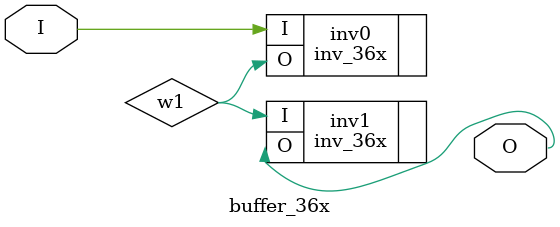
<source format=v>

module buffer_36x(I, O);
    input I;
    output wire O;

    wire w1;

    inv_36x inv0(.I(I), .O(w1));
    inv_36x inv1(.I(w1), .O(O));
endmodule
</source>
